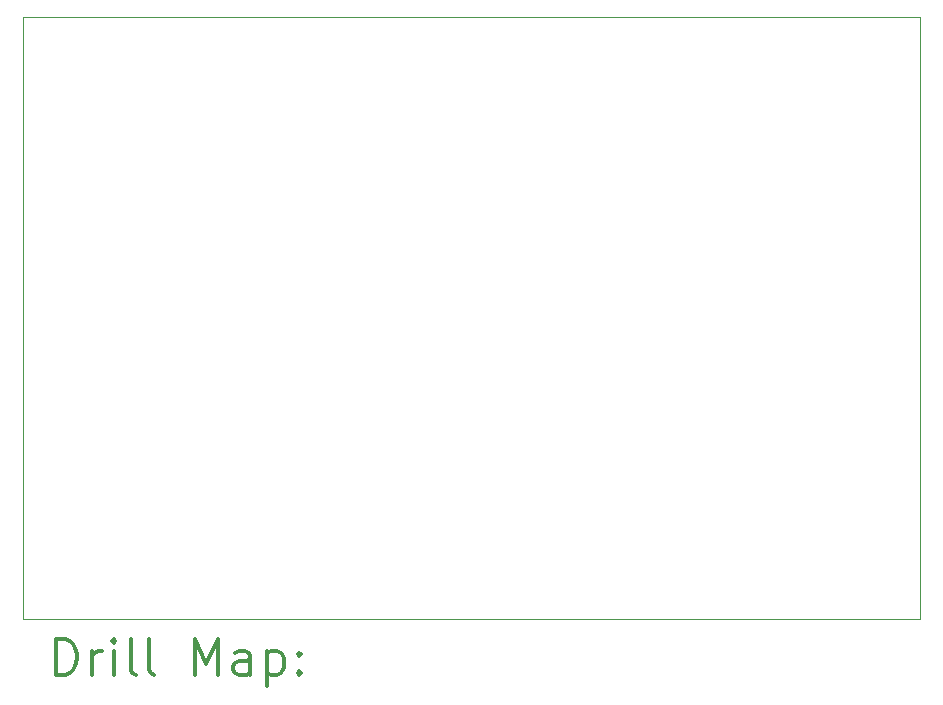
<source format=gbr>
%FSLAX45Y45*%
G04 Gerber Fmt 4.5, Leading zero omitted, Abs format (unit mm)*
G04 Created by KiCad (PCBNEW (5.1.5-0)) date 2022-06-25 14:07:16*
%MOMM*%
%LPD*%
G04 APERTURE LIST*
%TA.AperFunction,Profile*%
%ADD10C,0.050000*%
%TD*%
%ADD11C,0.200000*%
%ADD12C,0.300000*%
G04 APERTURE END LIST*
D10*
X8800000Y-4300000D02*
X8800000Y-9400000D01*
X16400000Y-4300000D02*
X8800000Y-4300000D01*
X16400000Y-9400000D02*
X16400000Y-4300000D01*
X8800000Y-9400000D02*
X16400000Y-9400000D01*
D11*
D12*
X9083928Y-9868214D02*
X9083928Y-9568214D01*
X9155357Y-9568214D01*
X9198214Y-9582500D01*
X9226786Y-9611072D01*
X9241071Y-9639643D01*
X9255357Y-9696786D01*
X9255357Y-9739643D01*
X9241071Y-9796786D01*
X9226786Y-9825357D01*
X9198214Y-9853929D01*
X9155357Y-9868214D01*
X9083928Y-9868214D01*
X9383928Y-9868214D02*
X9383928Y-9668214D01*
X9383928Y-9725357D02*
X9398214Y-9696786D01*
X9412500Y-9682500D01*
X9441071Y-9668214D01*
X9469643Y-9668214D01*
X9569643Y-9868214D02*
X9569643Y-9668214D01*
X9569643Y-9568214D02*
X9555357Y-9582500D01*
X9569643Y-9596786D01*
X9583928Y-9582500D01*
X9569643Y-9568214D01*
X9569643Y-9596786D01*
X9755357Y-9868214D02*
X9726786Y-9853929D01*
X9712500Y-9825357D01*
X9712500Y-9568214D01*
X9912500Y-9868214D02*
X9883928Y-9853929D01*
X9869643Y-9825357D01*
X9869643Y-9568214D01*
X10255357Y-9868214D02*
X10255357Y-9568214D01*
X10355357Y-9782500D01*
X10455357Y-9568214D01*
X10455357Y-9868214D01*
X10726786Y-9868214D02*
X10726786Y-9711072D01*
X10712500Y-9682500D01*
X10683928Y-9668214D01*
X10626786Y-9668214D01*
X10598214Y-9682500D01*
X10726786Y-9853929D02*
X10698214Y-9868214D01*
X10626786Y-9868214D01*
X10598214Y-9853929D01*
X10583928Y-9825357D01*
X10583928Y-9796786D01*
X10598214Y-9768214D01*
X10626786Y-9753929D01*
X10698214Y-9753929D01*
X10726786Y-9739643D01*
X10869643Y-9668214D02*
X10869643Y-9968214D01*
X10869643Y-9682500D02*
X10898214Y-9668214D01*
X10955357Y-9668214D01*
X10983928Y-9682500D01*
X10998214Y-9696786D01*
X11012500Y-9725357D01*
X11012500Y-9811072D01*
X10998214Y-9839643D01*
X10983928Y-9853929D01*
X10955357Y-9868214D01*
X10898214Y-9868214D01*
X10869643Y-9853929D01*
X11141071Y-9839643D02*
X11155357Y-9853929D01*
X11141071Y-9868214D01*
X11126786Y-9853929D01*
X11141071Y-9839643D01*
X11141071Y-9868214D01*
X11141071Y-9682500D02*
X11155357Y-9696786D01*
X11141071Y-9711072D01*
X11126786Y-9696786D01*
X11141071Y-9682500D01*
X11141071Y-9711072D01*
M02*

</source>
